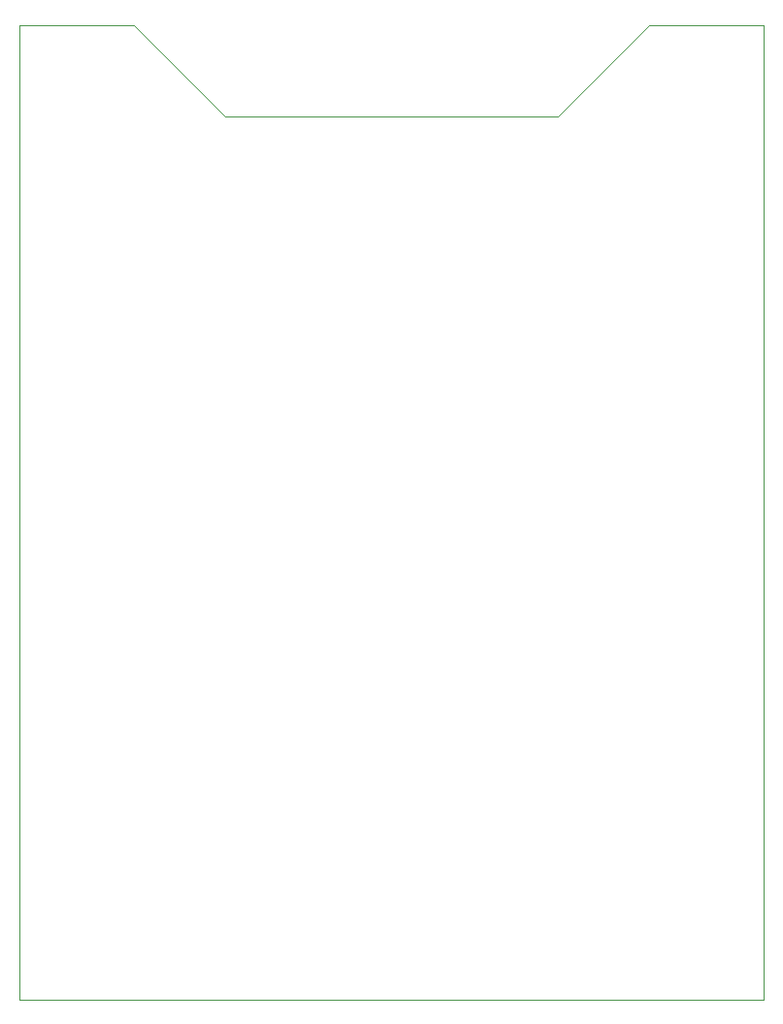
<source format=gbr>
G04 #@! TF.GenerationSoftware,KiCad,Pcbnew,5.1.5+dfsg1-2build2*
G04 #@! TF.CreationDate,2020-10-24T15:12:09+02:00*
G04 #@! TF.ProjectId,sensorbox,73656e73-6f72-4626-9f78-2e6b69636164,rev?*
G04 #@! TF.SameCoordinates,Original*
G04 #@! TF.FileFunction,Profile,NP*
%FSLAX46Y46*%
G04 Gerber Fmt 4.6, Leading zero omitted, Abs format (unit mm)*
G04 Created by KiCad (PCBNEW 5.1.5+dfsg1-2build2) date 2020-10-24 15:12:09*
%MOMM*%
%LPD*%
G04 APERTURE LIST*
%ADD10C,0.050000*%
G04 APERTURE END LIST*
D10*
X47000000Y-8000000D02*
X18000000Y-8000000D01*
X55000000Y0D02*
X47000000Y-8000000D01*
X65000000Y0D02*
X55000000Y0D01*
X10000000Y0D02*
X18000000Y-8000000D01*
X0Y0D02*
X10000000Y0D01*
X65000000Y0D02*
X65000000Y-85000000D01*
X0Y-85000000D02*
X0Y0D01*
X65000000Y-85000000D02*
X0Y-85000000D01*
M02*

</source>
